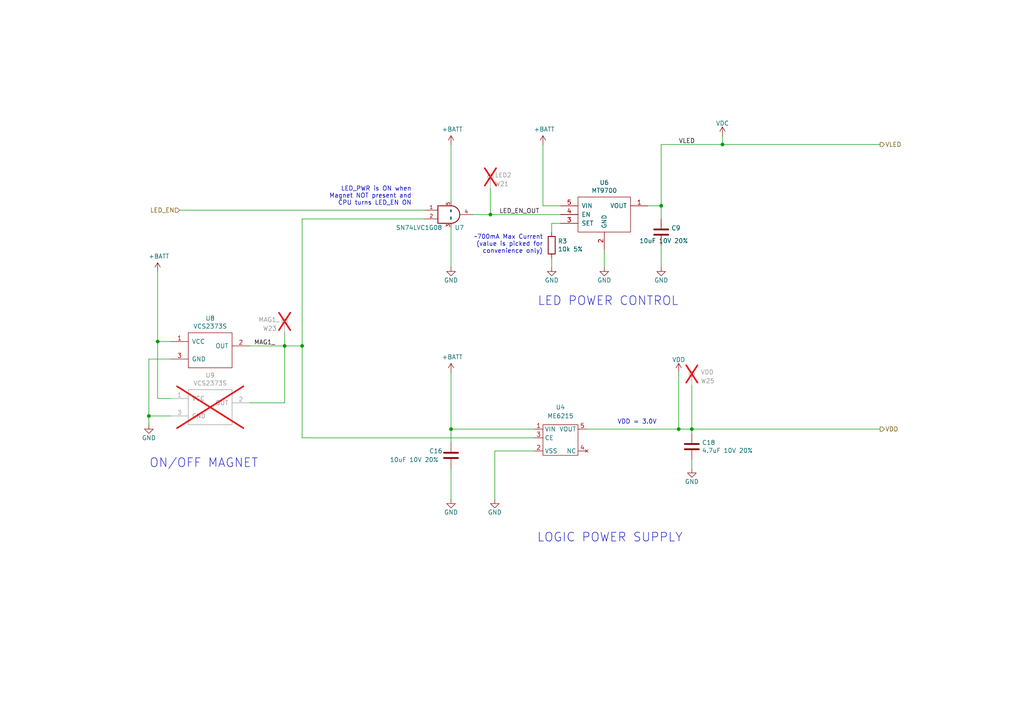
<source format=kicad_sch>
(kicad_sch (version 20231120) (generator "eeschema") (generator_version "8.0")
  (paper "A4")
  (title_block (title "Pixels D6 Schematic, Main") (date "2022-08-26") (rev "3") (company "Systemic Games, LLC") (comment 1 "Power Regulation"))
  (lib_symbols
    (symbol "Device:C" (pin_numbers hide) (pin_names (offset 0.254))
      (property "Reference" "C" (at 0.635 2.54 0))
      (property "Value" "C" (at 0.635 -2.54 0))
      (symbol "C_0_1"
        (polyline (pts (xy -2.032 -0.762) (xy 2.032 -0.762)) (stroke (width 0.508)))
        (polyline (pts (xy -2.032 0.762) (xy 2.032 0.762)) (stroke (width 0.508)))
      )
      (symbol "C_1_1"
        (pin passive line (at 0 3.81 270) (length 2.794) (name "~") (number "1"))
        (pin passive line (at 0 -3.81 90) (length 2.794) (name "~") (number "2"))
      )
    )
    (symbol "Device:R" (pin_numbers hide) (pin_names (offset 0))
      (property "Reference" "R" (at 2.032 0 90))
      (property "Value" "R" (at 0 0 90))
      (symbol "R_0_1"
        (rectangle (start -1.016 -2.54) (end 1.016 2.54) (stroke (width 0.254)))
      )
      (symbol "R_1_1"
        (pin passive line (at 0 3.81 270) (length 1.27) (name "~") (number "1"))
        (pin passive line (at 0 -3.81 90) (length 1.27) (name "~") (number "2"))
      )
    )
    (symbol "Pixels-dice:74AHC1G08" (pin_names (offset 1.016))
      (property "Reference" "U" (at -2.54 3.81 0))
      (property "Value" "74AHC1G08" (at 0 -3.81 0))
      (symbol "74AHC1G08_0_1"
        (arc (start 0 -2.54) (mid 2.529 0) (end 0 2.54) (stroke (width 0.254)))
        (polyline (pts (xy 0 -2.54) (xy -3.81 -2.54) (xy -3.81 2.54) (xy 0 2.54)) (stroke (width 0.254)))
      )
      (symbol "74AHC1G08_1_1"
        (pin input line (at -7.62 1.27 0) (length 3.81) (name "~") (number "1"))
        (pin input line (at -7.62 -1.27 0) (length 3.81) (name "~") (number "2"))
        (pin power_in line (at 0 -3.81 90) (length 1.27) (name "GND") (number "3"))
        (pin output line (at 6.35 0 180) (length 3.81) (name "~") (number "4"))
        (pin power_in line (at 0 3.81 270) (length 1.27) (name "VCC") (number "5"))
      )
    )
    (symbol "Pixels-dice:ME6215"
      (property "Reference" "U" (at 3.175 -6.35 0))
      (property "Value" "ME6215" (at 0 5.08 0))
      (symbol "ME6215_0_1"
        (rectangle (start -5.08 3.81) (end 5.08 -5.08))
      )
      (symbol "ME6215_1_1"
        (pin power_in line (at -7.62 2.54 0) (length 2.54) (name "VIN") (number "1"))
        (pin power_in line (at -7.62 -3.81 0) (length 2.54) (name "VSS") (number "2"))
        (pin input line (at -7.62 0 0) (length 2.54) (name "CE") (number "3"))
        (pin no_connect line (at 7.62 -3.81 180) (length 2.54) (name "NC") (number "4"))
        (pin power_out line (at 7.62 2.54 180) (length 2.54) (name "VOUT") (number "5"))
      )
    )
    (symbol "Pixels-dice:MT9700" (pin_names (offset 1.016))
      (property "Reference" "U" (at 6.35 -6.35 0))
      (property "Value" "MT9700" (at 0 6.35 0))
      (symbol "MT9700_0_1"
        (rectangle (start -7.62 5.08) (end 7.62 -5.08))
      )
      (symbol "MT9700_1_1"
        (pin power_out line (at 12.7 2.54 180) (length 5.08) (name "VOUT") (number "1"))
        (pin power_in line (at 0 -10.16 90) (length 5.08) (name "GND") (number "2"))
        (pin input line (at -12.7 -2.54 0) (length 5.08) (name "SET") (number "3"))
        (pin input line (at -12.7 0 0) (length 5.08) (name "EN") (number "4"))
        (pin power_in line (at -12.7 2.54 0) (length 5.08) (name "VIN") (number "5"))
      )
    )
    (symbol "Pixels-dice:TEST_1P-conn" (pin_numbers hide) (pin_names (offset 0.762) hide) (in_bom no)
      (property "Reference" "W" (at 0 6.858 0))
      (property "Value" "TEST_1P-conn" (at 0 5.08 0))
      (symbol "TEST_1P-conn_0_1"
        (circle (center 0 3.302) (radius 0.762))
      )
      (symbol "TEST_1P-conn_1_1"
        (pin passive line (at 0 0 90) (length 2.54) (name "1") (number "1"))
      )
    )
    (symbol "Pixels-dice:TMR1366" (pin_names (offset 1.016))
      (property "Reference" "U" (at 3.81 -6.35 0))
      (property "Value" "TMR1366" (at 0 6.35 0))
      (symbol "TMR1366_1_1"
        (rectangle (start -6.35 5.08) (end 6.35 -5.08))
        (pin power_in line (at -11.43 2.54 0) (length 5.08) (name "VCC") (number "1"))
        (pin output line (at 11.43 1.27 180) (length 5.08) (name "OUT") (number "2"))
        (pin power_in line (at -11.43 -2.54 0) (length 5.08) (name "GND") (number "3"))
      )
    )
    (symbol "TEST_1P-conn_1" (pin_numbers hide) (pin_names (offset 0.762) hide) (in_bom no)
      (property "Reference" "W" (at 0 6.858 0))
      (property "Value" "TEST_1P-conn_1" (at 0 5.08 0))
      (symbol "TEST_1P-conn_1_0_1"
        (circle (center 0 3.302) (radius 0.762))
      )
      (symbol "TEST_1P-conn_1_1_1"
        (pin passive line (at 0 0 90) (length 2.54) (name "1") (number "1"))
      )
    )
    (symbol "TEST_1P-conn_2" (pin_numbers hide) (pin_names (offset 0.762) hide) (in_bom no)
      (property "Reference" "W" (at 0 6.858 0))
      (property "Value" "TEST_1P-conn_2" (at 0 5.08 0))
      (symbol "TEST_1P-conn_2_0_1"
        (circle (center 0 3.302) (radius 0.762))
      )
      (symbol "TEST_1P-conn_2_1_1"
        (pin passive line (at 0 0 90) (length 2.54) (name "1") (number "1"))
      )
    )
    (symbol "power:+BATT" (power) (pin_names (offset 0))
      (property "Value" "+BATT" (at 0 3.556 0))
      (symbol "+BATT_0_1"
        (polyline (pts (xy -0.762 1.27) (xy 0 2.54)))
        (polyline (pts (xy 0 0) (xy 0 2.54)))
        (polyline (pts (xy 0 2.54) (xy 0.762 1.27)))
      )
      (symbol "+BATT_1_1"
        (pin power_in line (at 0 0 90) (length 0) hide (name "+BATT") (number "1"))
      )
    )
    (symbol "power:GND" (power) (pin_names (offset 0))
      (property "Value" "GND" (at 0 -3.81 0))
      (symbol "GND_0_1"
        (polyline (pts (xy 0 0) (xy 0 -1.27) (xy 1.27 -1.27) (xy 0 -2.54) (xy -1.27 -1.27) (xy 0 -1.27)))
      )
      (symbol "GND_1_1"
        (pin power_in line (at 0 0 270) (length 0) hide (name "GND") (number "1"))
      )
    )
    (symbol "power:VDC" (power) (pin_names (offset 0))
      (property "Value" "VDC" (at 0 6.35 0))
      (symbol "VDC_0_1"
        (polyline (pts (xy -0.762 1.27) (xy 0 2.54)))
        (polyline (pts (xy 0 0) (xy 0 2.54)))
        (polyline (pts (xy 0 2.54) (xy 0.762 1.27)))
      )
      (symbol "VDC_1_1"
        (pin power_in line (at 0 0 90) (length 0) hide (name "VDC") (number "1"))
      )
    )
    (symbol "power:VDD" (power) (pin_names (offset 0))
      (property "Value" "VDD" (at 0 3.81 0))
      (symbol "VDD_0_1"
        (polyline (pts (xy -0.762 1.27) (xy 0 2.54)))
        (polyline (pts (xy 0 0) (xy 0 2.54)))
        (polyline (pts (xy 0 2.54) (xy 0.762 1.27)))
      )
      (symbol "VDD_1_1"
        (pin power_in line (at 0 0 90) (length 0) hide (name "VDD") (number "1"))
      )
    )
  )
  (junction (at 142.24 62.23))
  (junction (at 209.55 41.91))
  (junction (at 43.18 120.65))
  (junction (at 200.66 124.46))
  (junction (at 196.85 124.46))
  (junction (at 130.81 124.46))
  (junction (at 87.63 100.33))
  (junction (at 82.55 100.33))
  (junction (at 45.72 99.06))
  (junction (at 191.77 59.69))
  (wire (pts (xy 130.81 124.46) (xy 154.94 124.46)))
  (wire (pts (xy 200.66 124.46) (xy 200.66 125.73)))
  (wire (pts (xy 87.63 100.33) (xy 82.55 100.33)))
  (wire (pts (xy 45.72 78.74) (xy 45.72 99.06)))
  (wire (pts (xy 130.81 124.46) (xy 130.81 128.27)))
  (wire (pts (xy 43.18 120.65) (xy 49.53 120.65)))
  (wire (pts (xy 49.53 104.14) (xy 43.18 104.14)))
  (wire (pts (xy 255.27 41.91) (xy 209.55 41.91)))
  (wire (pts (xy 175.26 72.39) (xy 175.26 77.47)))
  (wire (pts (xy 82.55 116.84) (xy 82.55 100.33)))
  (wire (pts (xy 154.94 130.81) (xy 143.51 130.81)))
  (wire (pts (xy 72.39 116.84) (xy 82.55 116.84)))
  (wire (pts (xy 200.66 111.76) (xy 200.66 124.46)))
  (wire (pts (xy 52.07 60.96) (xy 123.19 60.96)))
  (wire (pts (xy 49.53 115.57) (xy 45.72 115.57)))
  (wire (pts (xy 43.18 104.14) (xy 43.18 120.65)))
  (wire (pts (xy 196.85 107.95) (xy 196.85 124.46)))
  (wire (pts (xy 200.66 124.46) (xy 255.27 124.46)))
  (wire (pts (xy 191.77 63.5) (xy 191.77 59.69)))
  (wire (pts (xy 209.55 41.91) (xy 191.77 41.91)))
  (wire (pts (xy 162.56 59.69) (xy 157.48 59.69)))
  (wire (pts (xy 87.63 63.5) (xy 87.63 100.33)))
  (wire (pts (xy 130.81 107.95) (xy 130.81 124.46)))
  (wire (pts (xy 130.81 66.04) (xy 130.81 77.47)))
  (wire (pts (xy 130.81 41.91) (xy 130.81 58.42)))
  (wire (pts (xy 45.72 99.06) (xy 49.53 99.06)))
  (wire (pts (xy 142.24 62.23) (xy 162.56 62.23)))
  (wire (pts (xy 143.51 130.81) (xy 143.51 144.78)))
  (wire (pts (xy 209.55 39.37) (xy 209.55 41.91)))
  (wire (pts (xy 162.56 64.77) (xy 160.02 64.77)))
  (wire (pts (xy 87.63 100.33) (xy 87.63 127)))
  (wire (pts (xy 160.02 74.93) (xy 160.02 77.47)))
  (wire (pts (xy 137.16 62.23) (xy 142.24 62.23)))
  (wire (pts (xy 170.18 124.46) (xy 196.85 124.46)))
  (wire (pts (xy 82.55 100.33) (xy 72.39 100.33)))
  (wire (pts (xy 45.72 115.57) (xy 45.72 99.06)))
  (wire (pts (xy 160.02 64.77) (xy 160.02 67.31)))
  (wire (pts (xy 154.94 127) (xy 87.63 127)))
  (wire (pts (xy 196.85 124.46) (xy 200.66 124.46)))
  (wire (pts (xy 187.96 59.69) (xy 191.77 59.69)))
  (wire (pts (xy 157.48 41.91) (xy 157.48 59.69)))
  (wire (pts (xy 200.66 133.35) (xy 200.66 135.89)))
  (wire (pts (xy 142.24 54.61) (xy 142.24 62.23)))
  (wire (pts (xy 191.77 41.91) (xy 191.77 59.69)))
  (wire (pts (xy 82.55 96.52) (xy 82.55 100.33)))
  (wire (pts (xy 43.18 120.65) (xy 43.18 123.19)))
  (wire (pts (xy 87.63 63.5) (xy 123.19 63.5)))
  (wire (pts (xy 191.77 71.12) (xy 191.77 77.47)))
  (wire (pts (xy 130.81 135.89) (xy 130.81 144.78)))
  (text "LOGIC POWER SUPPLY" (at 198.12 157.48 0) (effects (font (size 2.54 2.54)) (justify right bottom)))
  (text "ON/OFF MAGNET" (at 74.93 135.89 0) (effects (font (size 2.54 2.54)) (justify right bottom)))
  (text "LED_PWR is ON when\nMagnet NOT present and\nCPU turns LED_EN ON" (at 119.38 59.69 0) (effects (font (size 1.27 1.27)) (justify right bottom)))
  (text "LED POWER CONTROL" (at 196.85 88.9 0) (effects (font (size 2.54 2.54)) (justify right bottom)))
  (text "~700mA Max Current\n(value is picked for\nconvenience only)" (at 157.48 73.66 0) (effects (font (size 1.27 1.27)) (justify right bottom)))
  (text "VDD = 3.0V" (at 190.5 123.19 0) (effects (font (size 1.27 1.27)) (justify right bottom)))
  (label "MAG1_" (at 73.66 100.33 0))
  (label "VLED" (at 196.85 41.91 0))
  (label "LED_EN_OUT" (at 144.78 62.23 0))
  (hierarchical_label "LED_EN" (shape input) (at 52.07 60.96 180))
  (hierarchical_label "VDD" (shape output) (at 255.27 124.46 0))
  (hierarchical_label "VLED" (shape output) (at 255.27 41.91 0))
  (symbol (lib_name "TEST_1P-conn_2") (lib_id "Pixels-dice:TEST_1P-conn") (at 142.24 54.61 0) (unit 1) (in_bom no) (dnp yes)
    (property "Reference" "W21" (at 143.51 53.34 0) (effects (justify left)))
    (property "Value" "LED2" (at 143.51 50.8 0) (effects (justify left)))
    (property "Footprint" "Pixels-dice:TEST_PIN" (effects (hide yes)))
    (property "Generic OK" "N/A" (effects (hide yes)))
  )
  (symbol (lib_id "power:+BATT") (at 157.48 41.91 0) (unit 1)
    (property "Reference" "#PWR033" (effects (hide yes)))
    (property "Value" "+BATT" (at 157.861 37.5158 0))
  )
  (symbol (lib_id "Device:C") (at 200.66 129.54 0) (unit 1)
    (property "Reference" "C18" (at 203.581 128.3716 0) (effects (justify left)))
    (property "Value" "4.7uF 10V 20%" (at 203.581 130.683 0) (effects (justify left)))
    (property "Footprint" "Pixels-dice:C_0402_1005Metric" (effects (hide yes)))
    (property "Generic OK" "YES" (effects (hide yes)))
    (property "Pixels Part Number" "SMD-C002" (effects (hide yes)))
    (property "Manufacturer" "Murata" (effects (hide yes)))
    (property "Manufacturer Part Number" "GRM155R61A475MEAAJ" (effects (hide yes)))
  )
  (symbol (lib_id "power:GND") (at 200.66 135.89 0) (unit 1)
    (property "Reference" "#PWR028" (effects (hide yes)))
    (property "Value" "GND" (at 200.66 139.7 0))
  )
  (symbol (lib_id "power:GND") (at 130.81 144.78 0) (unit 1)
    (property "Reference" "#PWR029" (effects (hide yes)))
    (property "Value" "GND" (at 130.81 148.59 0))
  )
  (symbol (lib_id "power:GND") (at 175.26 77.47 0) (unit 1)
    (property "Reference" "#PWR038" (effects (hide yes)))
    (property "Value" "GND" (at 175.26 81.28 0))
  )
  (symbol (lib_id "power:GND") (at 43.18 123.19 0) (unit 1)
    (property "Reference" "#PWR039" (effects (hide yes)))
    (property "Value" "GND" (at 43.18 127 0))
  )
  (symbol (lib_id "Device:C") (at 130.81 132.08 0) (unit 1)
    (property "Reference" "C16" (at 124.46 130.81 0) (effects (justify left)))
    (property "Value" "10uF 10V 20%" (at 113.03 133.35 0) (effects (justify left)))
    (property "Footprint" "Pixels-dice:C_0402_1005Metric" (effects (hide yes)))
    (property "Generic OK" "YES" (effects (hide yes)))
    (property "Pixels Part Number" "SMD-C002" (effects (hide yes)))
    (property "Manufacturer" "Murata" (effects (hide yes)))
    (property "Manufacturer Part Number" "GRM155R60J106ME05D" (effects (hide yes)))
  )
  (symbol (lib_id "power:+BATT") (at 130.81 107.95 0) (unit 1)
    (property "Reference" "#PWR025" (effects (hide yes)))
    (property "Value" "+BATT" (at 131.191 103.5558 0))
  )
  (symbol (lib_id "power:+BATT") (at 45.72 78.74 0) (unit 1)
    (property "Reference" "#PWR036" (effects (hide yes)))
    (property "Value" "+BATT" (at 46.101 74.3458 0))
  )
  (symbol (lib_id "Pixels-dice:TEST_1P-conn") (at 82.55 96.52 0) (unit 1) (in_bom no) (dnp yes)
    (property "Reference" "W23" (at 76.2 95.25 0) (effects (justify left)))
    (property "Value" "MAG1_" (at 74.93 92.71 0) (effects (justify left)))
    (property "Footprint" "Pixels-dice:TEST_PIN" (effects (hide yes)))
    (property "Generic OK" "N/A" (effects (hide yes)))
  )
  (symbol (lib_id "Pixels-dice:74AHC1G08") (at 130.81 62.23 0) (unit 1)
    (property "Reference" "U7" (at 134.62 66.04 0) (effects (justify right)))
    (property "Value" "SN74LVC1G08" (at 128.27 66.04 0) (effects (justify right)))
    (property "Footprint" "Pixels-dice:SOT-353_SC-70-5" (effects (hide yes)))
    (property "Datasheet" "http://www.ti.com/lit/sg/scyt129e/scyt129e.pdf" (effects (hide yes)))
    (property "Generic OK" "YES" (effects (hide yes)))
    (property "Manufacturer" "UMW(Youtai Semiconductor Co., Ltd.)" (effects (hide yes)))
    (property "Manufacturer Part Number" "SN74LVC1G08DCKR" (effects (hide yes)))
    (property "Pixels Part Number" "SMD-U007" (effects (hide yes)))
  )
  (symbol (lib_id "power:+BATT") (at 130.81 41.91 0) (unit 1)
    (property "Reference" "#PWR020" (effects (hide yes)))
    (property "Value" "+BATT" (at 131.191 37.5158 0))
  )
  (symbol (lib_id "power:GND") (at 130.81 77.47 0) (unit 1)
    (property "Reference" "#PWR034" (effects (hide yes)))
    (property "Value" "GND" (at 130.81 81.28 0))
  )
  (symbol (lib_name "TEST_1P-conn_1") (lib_id "Pixels-dice:TEST_1P-conn") (at 200.66 111.76 0) (unit 1) (in_bom no) (dnp yes)
    (property "Reference" "W25" (at 203.2 110.49 0) (effects (justify left)))
    (property "Value" "VDD" (at 203.2 107.95 0) (effects (justify left)))
    (property "Footprint" "Pixels-dice:TEST_PIN" (effects (hide yes)))
    (property "Generic OK" "N/A" (effects (hide yes)))
  )
  (symbol (lib_id "Pixels-dice:TMR1366") (at 60.96 101.6 0) (unit 1)
    (property "Reference" "U8" (at 60.96 92.329 0))
    (property "Value" "VCS2373S" (at 60.96 94.6404 0))
    (property "Footprint" "Package_TO_SOT_SMD:SOT-23" (effects (hide yes)))
    (property "Generic OK" "NO" (effects (hide yes)))
    (property "Manufacturer" "HUAXIN" (effects (hide yes)))
    (property "Manufacturer Part Number" "VCS2373S" (effects (hide yes)))
    (property "Pixels Part Number" "SMD-U008-ALT8" (effects (hide yes)))
  )
  (symbol (lib_id "Device:C") (at 191.77 67.31 0) (unit 1)
    (property "Reference" "C9" (at 194.691 66.1416 0) (effects (justify left)))
    (property "Value" "10uF 10V 20%" (at 185.42 69.85 0) (effects (justify left)))
    (property "Footprint" "Pixels-dice:C_0402_1005Metric" (effects (hide yes)))
    (property "Generic OK" "YES" (effects (hide yes)))
    (property "Pixels Part Number" "SMD-C002" (effects (hide yes)))
    (property "Manufacturer" "Murata" (effects (hide yes)))
    (property "Manufacturer Part Number" "GRM155R60J106ME05D" (effects (hide yes)))
  )
  (symbol (lib_id "power:GND") (at 191.77 77.47 0) (unit 1)
    (property "Reference" "#PWR0142" (effects (hide yes)))
    (property "Value" "GND" (at 191.77 81.28 0))
  )
  (symbol (lib_id "Pixels-dice:MT9700") (at 175.26 62.23 0) (unit 1)
    (property "Reference" "U6" (at 175.26 52.959 0))
    (property "Value" "MT9700" (at 175.26 55.2704 0))
    (property "Footprint" "Pixels-dice:SOT-23-5" (effects (hide yes)))
    (property "Manufacturer" "XI'AN Aerosemi Tech" (effects (hide yes)))
    (property "Manufacturer Part Number" "MT9700" (effects (hide yes)))
    (property "Pixels Part Number" "SMD-U006-ALT2" (effects (hide yes)))
    (property "Generic OK" "NO" (effects (hide yes)))
  )
  (symbol (lib_id "Device:R") (at 160.02 71.12 0) (unit 1)
    (property "Reference" "R3" (at 161.798 69.9516 0) (effects (justify left)))
    (property "Value" "10k 5%" (at 161.798 72.263 0) (effects (justify left)))
    (property "Footprint" "Resistor_SMD:R_0402_1005Metric" (effects (hide yes)))
    (property "Generic OK" "YES" (effects (hide yes)))
    (property "Manufacturer" "UNI-ROYAL(Uniroyal Elec)" (effects (hide yes)))
    (property "Manufacturer Part Number" "0402WGJ0103TCE" (effects (hide yes)))
    (property "Pixels Part Number" "SMD-R002" (effects (hide yes)))
  )
  (symbol (lib_id "power:GND") (at 160.02 77.47 0) (unit 1)
    (property "Reference" "#PWR0101" (effects (hide yes)))
    (property "Value" "GND" (at 160.02 81.28 0))
  )
  (symbol (lib_id "Pixels-dice:TMR1366") (at 60.96 118.11 0) (unit 1) (dnp yes)
    (property "Reference" "U9" (at 60.96 108.839 0))
    (property "Value" "VCS2373S" (at 60.96 111.1504 0))
    (property "Footprint" "Package_TO_SOT_SMD:SOT-23" (effects (hide yes)))
    (property "Generic OK" "NO" (effects (hide yes)))
    (property "Manufacturer" "HUAXIN" (effects (hide yes)))
    (property "Manufacturer Part Number" "VCS2373S" (effects (hide yes)))
    (property "Pixels Part Number" "SMD-U008-ALT8" (effects (hide yes)))
  )
  (symbol (lib_id "power:VDC") (at 209.55 39.37 0) (unit 1)
    (property "Reference" "#PWR026" (effects (hide yes)))
    (property "Value" "VDC" (at 209.55 35.7655 0))
  )
  (symbol (lib_id "Pixels-dice:ME6215") (at 162.56 127 0) (unit 1)
    (property "Reference" "U4" (at 162.56 118.11 0))
    (property "Value" "ME6215" (at 162.56 120.65 0))
    (property "Footprint" "Pixels-dice:SOT-23-5" (effects (hide yes)))
    (property "Generic OK" "NO" (effects (hide yes)))
    (property "Manufacturer" "MICRONE(Nanjing Micro One Elec)" (effects (hide yes)))
    (property "Manufacturer Part Number" "ME6215C30M5G" (effects (hide yes)))
  )
  (symbol (lib_id "power:VDD") (at 196.85 107.95 0) (unit 1)
    (property "Reference" "#PWR027" (effects (hide yes)))
    (property "Value" "VDD" (at 196.85 104.3455 0))
  )
  (symbol (lib_id "power:GND") (at 143.51 144.78 0) (unit 1)
    (property "Reference" "#PWR0118" (effects (hide yes)))
    (property "Value" "GND" (at 143.51 148.59 0))
  )
)
</source>
